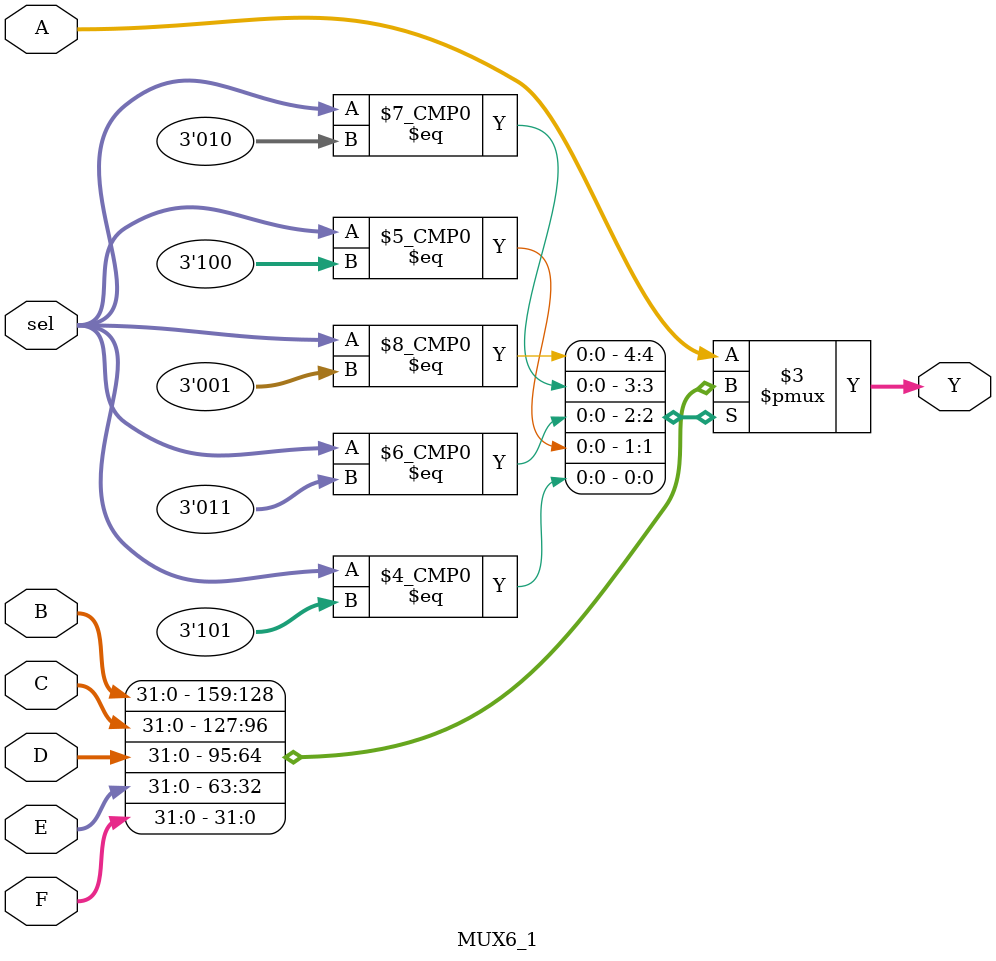
<source format=v>
module MUX6_1 (
    input [31:0] A, B, C, D, E, F,  // 32-bit inputs
    input [2:0] sel,               // 3-bit selector
    output reg [31:0] Y            // 32-bit output
);

always @(*) begin
    case(sel)
        3'b000: Y = A;
        3'b001: Y = B;
        3'b010: Y = C;
        3'b011: Y = D;
        3'b100: Y = E;
        3'b101: Y = F;
        default: Y = A; // For undefined cases
    endcase
end

endmodule
</source>
